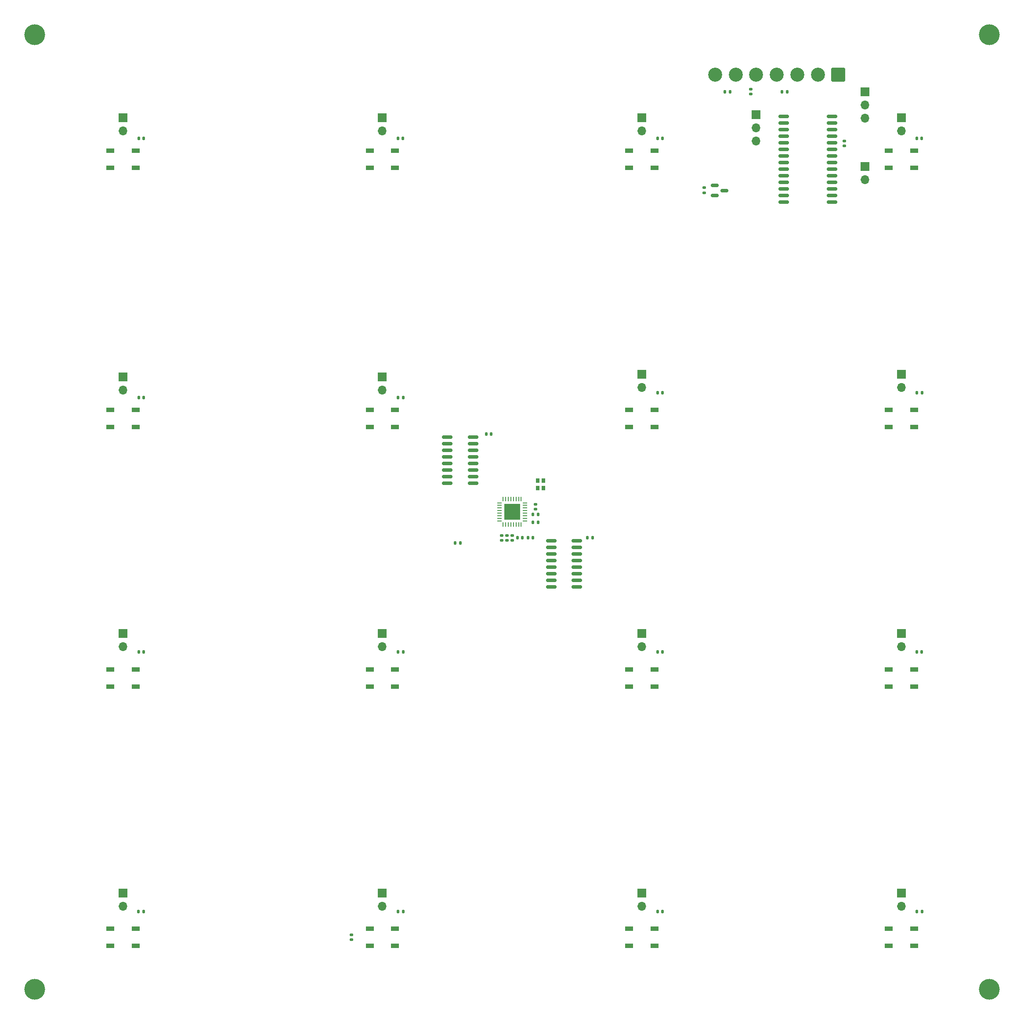
<source format=gbr>
%TF.GenerationSoftware,KiCad,Pcbnew,9.0.0*%
%TF.CreationDate,2025-03-24T09:11:06+01:00*%
%TF.ProjectId,PCB_Chessboard,5043425f-4368-4657-9373-626f6172642e,rev?*%
%TF.SameCoordinates,Original*%
%TF.FileFunction,Soldermask,Top*%
%TF.FilePolarity,Negative*%
%FSLAX46Y46*%
G04 Gerber Fmt 4.6, Leading zero omitted, Abs format (unit mm)*
G04 Created by KiCad (PCBNEW 9.0.0) date 2025-03-24 09:11:06*
%MOMM*%
%LPD*%
G01*
G04 APERTURE LIST*
G04 Aperture macros list*
%AMRoundRect*
0 Rectangle with rounded corners*
0 $1 Rounding radius*
0 $2 $3 $4 $5 $6 $7 $8 $9 X,Y pos of 4 corners*
0 Add a 4 corners polygon primitive as box body*
4,1,4,$2,$3,$4,$5,$6,$7,$8,$9,$2,$3,0*
0 Add four circle primitives for the rounded corners*
1,1,$1+$1,$2,$3*
1,1,$1+$1,$4,$5*
1,1,$1+$1,$6,$7*
1,1,$1+$1,$8,$9*
0 Add four rect primitives between the rounded corners*
20,1,$1+$1,$2,$3,$4,$5,0*
20,1,$1+$1,$4,$5,$6,$7,0*
20,1,$1+$1,$6,$7,$8,$9,0*
20,1,$1+$1,$8,$9,$2,$3,0*%
G04 Aperture macros list end*
%ADD10C,4.000000*%
%ADD11R,1.700000X1.700000*%
%ADD12O,1.700000X1.700000*%
%ADD13RoundRect,0.090000X-0.660000X-0.360000X0.660000X-0.360000X0.660000X0.360000X-0.660000X0.360000X0*%
%ADD14RoundRect,0.140000X-0.140000X-0.170000X0.140000X-0.170000X0.140000X0.170000X-0.140000X0.170000X0*%
%ADD15RoundRect,0.140000X-0.170000X0.140000X-0.170000X-0.140000X0.170000X-0.140000X0.170000X0.140000X0*%
%ADD16RoundRect,0.150000X-0.825000X-0.150000X0.825000X-0.150000X0.825000X0.150000X-0.825000X0.150000X0*%
%ADD17RoundRect,0.140000X0.140000X0.170000X-0.140000X0.170000X-0.140000X-0.170000X0.140000X-0.170000X0*%
%ADD18RoundRect,0.135000X0.135000X0.185000X-0.135000X0.185000X-0.135000X-0.185000X0.135000X-0.185000X0*%
%ADD19RoundRect,0.140000X0.170000X-0.140000X0.170000X0.140000X-0.170000X0.140000X-0.170000X-0.140000X0*%
%ADD20RoundRect,0.250001X1.099999X1.099999X-1.099999X1.099999X-1.099999X-1.099999X1.099999X-1.099999X0*%
%ADD21C,2.700000*%
%ADD22RoundRect,0.150000X0.875000X0.150000X-0.875000X0.150000X-0.875000X-0.150000X0.875000X-0.150000X0*%
%ADD23R,0.800000X0.900000*%
%ADD24RoundRect,0.062500X-0.375000X-0.062500X0.375000X-0.062500X0.375000X0.062500X-0.375000X0.062500X0*%
%ADD25RoundRect,0.062500X-0.062500X-0.375000X0.062500X-0.375000X0.062500X0.375000X-0.062500X0.375000X0*%
%ADD26R,3.100000X3.100000*%
%ADD27RoundRect,0.150000X-0.587500X-0.150000X0.587500X-0.150000X0.587500X0.150000X-0.587500X0.150000X0*%
%ADD28RoundRect,0.135000X-0.185000X0.135000X-0.185000X-0.135000X0.185000X-0.135000X0.185000X0.135000X0*%
G04 APERTURE END LIST*
D10*
%TO.C,H4*%
X8000000Y-192000000D03*
%TD*%
%TO.C,H3*%
X192000000Y-192000000D03*
%TD*%
%TO.C,H2*%
X192000000Y-8000000D03*
%TD*%
%TO.C,H1*%
X8000000Y-8000000D03*
%TD*%
D11*
%TO.C,J17*%
X175000000Y-173460000D03*
D12*
X175000000Y-176000000D03*
%TD*%
D11*
%TO.C,J4*%
X125000000Y-24000000D03*
D12*
X125000000Y-26540000D03*
%TD*%
D11*
%TO.C,J18*%
X168000000Y-33460000D03*
D12*
X168000000Y-36000000D03*
%TD*%
D13*
%TO.C,D18*%
X72550000Y-30350000D03*
X72550000Y-33650000D03*
X77450000Y-33650000D03*
X77450000Y-30350000D03*
%TD*%
D14*
%TO.C,C20*%
X178000000Y-28000000D03*
X178960000Y-28000000D03*
%TD*%
D11*
%TO.C,J5*%
X175000000Y-24000000D03*
D12*
X175000000Y-26540000D03*
%TD*%
D14*
%TO.C,C24*%
X178040000Y-77000000D03*
X179000000Y-77000000D03*
%TD*%
%TO.C,C27*%
X128040000Y-127000000D03*
X129000000Y-127000000D03*
%TD*%
%TO.C,C22*%
X78040000Y-78000000D03*
X79000000Y-78000000D03*
%TD*%
D11*
%TO.C,J2*%
X25000000Y-24000000D03*
D12*
X25000000Y-26540000D03*
%TD*%
D14*
%TO.C,C32*%
X178040000Y-177000000D03*
X179000000Y-177000000D03*
%TD*%
D15*
%TO.C,C9*%
X146000000Y-18520000D03*
X146000000Y-19480000D03*
%TD*%
D16*
%TO.C,U5*%
X87525000Y-85555000D03*
X87525000Y-86825000D03*
X87525000Y-88095000D03*
X87525000Y-89365000D03*
X87525000Y-90635000D03*
X87525000Y-91905000D03*
X87525000Y-93175000D03*
X87525000Y-94445000D03*
X92475000Y-94445000D03*
X92475000Y-93175000D03*
X92475000Y-91905000D03*
X92475000Y-90635000D03*
X92475000Y-89365000D03*
X92475000Y-88095000D03*
X92475000Y-86825000D03*
X92475000Y-85555000D03*
%TD*%
D11*
%TO.C,J9*%
X175000000Y-73460000D03*
D12*
X175000000Y-76000000D03*
%TD*%
D13*
%TO.C,D19*%
X122550000Y-30350000D03*
X122550000Y-33650000D03*
X127450000Y-33650000D03*
X127450000Y-30350000D03*
%TD*%
D14*
%TO.C,C7*%
X89040000Y-106000000D03*
X90000000Y-106000000D03*
%TD*%
%TO.C,C6*%
X128040000Y-28000000D03*
X129000000Y-28000000D03*
%TD*%
D11*
%TO.C,J7*%
X75000000Y-74000000D03*
D12*
X75000000Y-76540000D03*
%TD*%
D13*
%TO.C,D17*%
X22550000Y-30350000D03*
X22550000Y-33650000D03*
X27450000Y-33650000D03*
X27450000Y-30350000D03*
%TD*%
%TO.C,D30*%
X72550000Y-180350000D03*
X72550000Y-183650000D03*
X77450000Y-183650000D03*
X77450000Y-180350000D03*
%TD*%
D11*
%TO.C,J19*%
X168000000Y-19000000D03*
D12*
X168000000Y-21540000D03*
X168000000Y-24080000D03*
%TD*%
D17*
%TO.C,C10*%
X115480000Y-105000000D03*
X114520000Y-105000000D03*
%TD*%
D18*
%TO.C,R2*%
X142020000Y-19000000D03*
X141000000Y-19000000D03*
%TD*%
D13*
%TO.C,D20*%
X172550000Y-30350000D03*
X172550000Y-33650000D03*
X177450000Y-33650000D03*
X177450000Y-30350000D03*
%TD*%
%TO.C,D27*%
X122550000Y-130350000D03*
X122550000Y-133650000D03*
X127450000Y-133650000D03*
X127450000Y-130350000D03*
%TD*%
D11*
%TO.C,J11*%
X75000000Y-123460000D03*
D12*
X75000000Y-126000000D03*
%TD*%
D11*
%TO.C,J12*%
X125000000Y-123460000D03*
D12*
X125000000Y-126000000D03*
%TD*%
D13*
%TO.C,D29*%
X22550000Y-180350000D03*
X22550000Y-183650000D03*
X27450000Y-183650000D03*
X27450000Y-180350000D03*
%TD*%
D11*
%TO.C,J10*%
X25000000Y-123460000D03*
D12*
X25000000Y-126000000D03*
%TD*%
D11*
%TO.C,J15*%
X75000000Y-173460000D03*
D12*
X75000000Y-176000000D03*
%TD*%
D19*
%TO.C,C13*%
X100000000Y-105480000D03*
X100000000Y-104520000D03*
%TD*%
D14*
%TO.C,C5*%
X78000000Y-28000000D03*
X78960000Y-28000000D03*
%TD*%
D20*
%TO.C,JQ1*%
X162880000Y-15775000D03*
D21*
X158920000Y-15775000D03*
X154960000Y-15775000D03*
X151000000Y-15775000D03*
X147040000Y-15775000D03*
X143080000Y-15775000D03*
X139120000Y-15775000D03*
%TD*%
D13*
%TO.C,D23*%
X122550000Y-80350000D03*
X122550000Y-83650000D03*
X127450000Y-83650000D03*
X127450000Y-80350000D03*
%TD*%
D11*
%TO.C,J20*%
X147000000Y-23475000D03*
D12*
X147000000Y-26015000D03*
X147000000Y-28555000D03*
%TD*%
D19*
%TO.C,C11*%
X98000000Y-105480000D03*
X98000000Y-104520000D03*
%TD*%
D13*
%TO.C,D22*%
X72550000Y-80350000D03*
X72550000Y-83650000D03*
X77450000Y-83650000D03*
X77450000Y-80350000D03*
%TD*%
%TO.C,D26*%
X72550000Y-130350000D03*
X72550000Y-133650000D03*
X77450000Y-133650000D03*
X77450000Y-130350000D03*
%TD*%
D14*
%TO.C,C28*%
X178000000Y-127000000D03*
X178960000Y-127000000D03*
%TD*%
D15*
%TO.C,C8*%
X69000000Y-181520000D03*
X69000000Y-182480000D03*
%TD*%
D11*
%TO.C,J16*%
X125000000Y-173460000D03*
D12*
X125000000Y-176000000D03*
%TD*%
D14*
%TO.C,C31*%
X128040000Y-177000000D03*
X129000000Y-177000000D03*
%TD*%
%TO.C,C29*%
X28000000Y-177000000D03*
X28960000Y-177000000D03*
%TD*%
D17*
%TO.C,C3*%
X153000000Y-19000000D03*
X152040000Y-19000000D03*
%TD*%
%TO.C,C15*%
X105000000Y-102000000D03*
X104040000Y-102000000D03*
%TD*%
D11*
%TO.C,J8*%
X125000000Y-73460000D03*
D12*
X125000000Y-76000000D03*
%TD*%
D13*
%TO.C,D21*%
X22550000Y-80350000D03*
X22550000Y-83650000D03*
X27450000Y-83650000D03*
X27450000Y-80350000D03*
%TD*%
D19*
%TO.C,C2*%
X164000000Y-29480000D03*
X164000000Y-28520000D03*
%TD*%
D13*
%TO.C,D25*%
X22550000Y-130350000D03*
X22550000Y-133650000D03*
X27450000Y-133650000D03*
X27450000Y-130350000D03*
%TD*%
D14*
%TO.C,C16*%
X103040000Y-105000000D03*
X104000000Y-105000000D03*
%TD*%
D11*
%TO.C,J3*%
X75000000Y-24000000D03*
D12*
X75000000Y-26540000D03*
%TD*%
D22*
%TO.C,U3*%
X161650000Y-40255000D03*
X161650000Y-38985000D03*
X161650000Y-37715000D03*
X161650000Y-36445000D03*
X161650000Y-35175000D03*
X161650000Y-33905000D03*
X161650000Y-32635000D03*
X161650000Y-31365000D03*
X161650000Y-30095000D03*
X161650000Y-28825000D03*
X161650000Y-27555000D03*
X161650000Y-26285000D03*
X161650000Y-25015000D03*
X161650000Y-23745000D03*
X152350000Y-23745000D03*
X152350000Y-25015000D03*
X152350000Y-26285000D03*
X152350000Y-27555000D03*
X152350000Y-28825000D03*
X152350000Y-30095000D03*
X152350000Y-31365000D03*
X152350000Y-32635000D03*
X152350000Y-33905000D03*
X152350000Y-35175000D03*
X152350000Y-36445000D03*
X152350000Y-37715000D03*
X152350000Y-38985000D03*
X152350000Y-40255000D03*
%TD*%
D13*
%TO.C,D24*%
X172550000Y-80350000D03*
X172550000Y-83650000D03*
X177450000Y-83650000D03*
X177450000Y-80350000D03*
%TD*%
%TO.C,D31*%
X122550000Y-180350000D03*
X122550000Y-183650000D03*
X127450000Y-183650000D03*
X127450000Y-180350000D03*
%TD*%
%TO.C,D32*%
X172550000Y-180350000D03*
X172550000Y-183650000D03*
X177450000Y-183650000D03*
X177450000Y-180350000D03*
%TD*%
D11*
%TO.C,J6*%
X25000000Y-74000000D03*
D12*
X25000000Y-76540000D03*
%TD*%
D16*
%TO.C,U7*%
X107525000Y-105555000D03*
X107525000Y-106825000D03*
X107525000Y-108095000D03*
X107525000Y-109365000D03*
X107525000Y-110635000D03*
X107525000Y-111905000D03*
X107525000Y-113175000D03*
X107525000Y-114445000D03*
X112475000Y-114445000D03*
X112475000Y-113175000D03*
X112475000Y-111905000D03*
X112475000Y-110635000D03*
X112475000Y-109365000D03*
X112475000Y-108095000D03*
X112475000Y-106825000D03*
X112475000Y-105555000D03*
%TD*%
D17*
%TO.C,C17*%
X104980000Y-100500000D03*
X104020000Y-100500000D03*
%TD*%
%TO.C,C1*%
X95960000Y-85000000D03*
X95000000Y-85000000D03*
%TD*%
D11*
%TO.C,J13*%
X175000000Y-123460000D03*
D12*
X175000000Y-126000000D03*
%TD*%
D19*
%TO.C,C14*%
X104480000Y-99480000D03*
X104480000Y-98520000D03*
%TD*%
D14*
%TO.C,C4*%
X28040000Y-28000000D03*
X29000000Y-28000000D03*
%TD*%
D11*
%TO.C,J14*%
X25000000Y-173460000D03*
D12*
X25000000Y-176000000D03*
%TD*%
D14*
%TO.C,C21*%
X28040000Y-78000000D03*
X29000000Y-78000000D03*
%TD*%
D23*
%TO.C,Y2*%
X104900000Y-94000000D03*
X104900000Y-95400000D03*
X106000000Y-95400000D03*
X106000000Y-94000000D03*
%TD*%
D14*
%TO.C,C25*%
X28040000Y-127000000D03*
X29000000Y-127000000D03*
%TD*%
D19*
%TO.C,C12*%
X99000000Y-105480000D03*
X99000000Y-104520000D03*
%TD*%
D13*
%TO.C,D28*%
X172550000Y-130350000D03*
X172550000Y-133650000D03*
X177450000Y-133650000D03*
X177450000Y-130350000D03*
%TD*%
D24*
%TO.C,U1*%
X97562500Y-98250000D03*
X97562500Y-98750000D03*
X97562500Y-99250000D03*
X97562500Y-99750000D03*
X97562500Y-100250000D03*
X97562500Y-100750000D03*
X97562500Y-101250000D03*
X97562500Y-101750000D03*
D25*
X98250000Y-102437500D03*
X98750000Y-102437500D03*
X99250000Y-102437500D03*
X99750000Y-102437500D03*
X100250000Y-102437500D03*
X100750000Y-102437500D03*
X101250000Y-102437500D03*
X101750000Y-102437500D03*
D24*
X102437500Y-101750000D03*
X102437500Y-101250000D03*
X102437500Y-100750000D03*
X102437500Y-100250000D03*
X102437500Y-99750000D03*
X102437500Y-99250000D03*
X102437500Y-98750000D03*
X102437500Y-98250000D03*
D25*
X101750000Y-97562500D03*
X101250000Y-97562500D03*
X100750000Y-97562500D03*
X100250000Y-97562500D03*
X99750000Y-97562500D03*
X99250000Y-97562500D03*
X98750000Y-97562500D03*
X98250000Y-97562500D03*
D26*
X100000000Y-100000000D03*
%TD*%
D17*
%TO.C,C33*%
X102000000Y-105000000D03*
X101040000Y-105000000D03*
%TD*%
D14*
%TO.C,C30*%
X78040000Y-177000000D03*
X79000000Y-177000000D03*
%TD*%
%TO.C,C26*%
X78040000Y-127000000D03*
X79000000Y-127000000D03*
%TD*%
D27*
%TO.C,Q1*%
X139062500Y-37100000D03*
X139062500Y-39000000D03*
X140937500Y-38050000D03*
%TD*%
D28*
%TO.C,R1*%
X137000000Y-37490000D03*
X137000000Y-38510000D03*
%TD*%
D14*
%TO.C,C23*%
X128040000Y-77000000D03*
X129000000Y-77000000D03*
%TD*%
M02*

</source>
